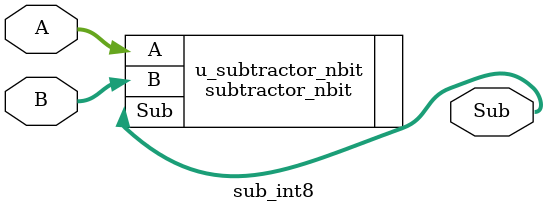
<source format=v>

module sub_int8 #(
    parameter WIDTH = 8,
    parameter IMPL_TYPE = 0
)(
    input [WIDTH-1:0] A,
    input [WIDTH-1:0] B,
    output [WIDTH-1:0] Sub
);

    subtractor_nbit #(
        .WIDTH(WIDTH),
        .IMPL_TYPE(IMPL_TYPE)
    ) u_subtractor_nbit (
        .A(A),
        .B(B),
        .Sub(Sub)
    );

endmodule

</source>
